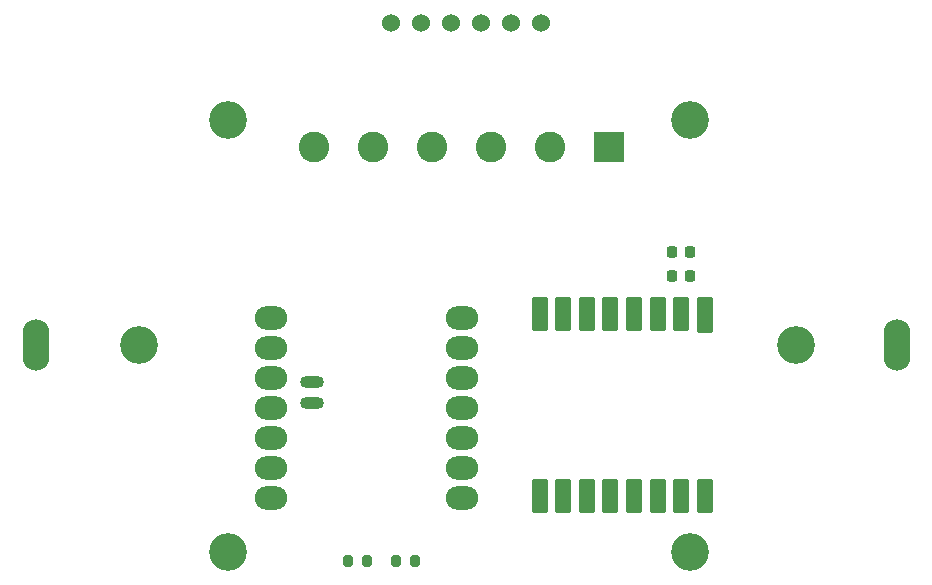
<source format=gbr>
%TF.GenerationSoftware,KiCad,Pcbnew,7.0.9*%
%TF.CreationDate,2024-02-26T23:44:44+01:00*%
%TF.ProjectId,esp32c3,65737033-3263-4332-9e6b-696361645f70,rev?*%
%TF.SameCoordinates,Original*%
%TF.FileFunction,Soldermask,Top*%
%TF.FilePolarity,Negative*%
%FSLAX46Y46*%
G04 Gerber Fmt 4.6, Leading zero omitted, Abs format (unit mm)*
G04 Created by KiCad (PCBNEW 7.0.9) date 2024-02-26 23:44:44*
%MOMM*%
%LPD*%
G01*
G04 APERTURE LIST*
G04 Aperture macros list*
%AMRoundRect*
0 Rectangle with rounded corners*
0 $1 Rounding radius*
0 $2 $3 $4 $5 $6 $7 $8 $9 X,Y pos of 4 corners*
0 Add a 4 corners polygon primitive as box body*
4,1,4,$2,$3,$4,$5,$6,$7,$8,$9,$2,$3,0*
0 Add four circle primitives for the rounded corners*
1,1,$1+$1,$2,$3*
1,1,$1+$1,$4,$5*
1,1,$1+$1,$6,$7*
1,1,$1+$1,$8,$9*
0 Add four rect primitives between the rounded corners*
20,1,$1+$1,$2,$3,$4,$5,0*
20,1,$1+$1,$4,$5,$6,$7,0*
20,1,$1+$1,$6,$7,$8,$9,0*
20,1,$1+$1,$8,$9,$2,$3,0*%
G04 Aperture macros list end*
%ADD10C,3.200000*%
%ADD11RoundRect,0.102000X-0.550000X1.400000X-0.550000X-1.400000X0.550000X-1.400000X0.550000X1.400000X0*%
%ADD12RoundRect,0.102000X-0.550000X1.300000X-0.550000X-1.300000X0.550000X-1.300000X0.550000X1.300000X0*%
%ADD13RoundRect,0.102000X0.550000X-1.300000X0.550000X1.300000X-0.550000X1.300000X-0.550000X-1.300000X0*%
%ADD14RoundRect,0.225000X-0.225000X-0.250000X0.225000X-0.250000X0.225000X0.250000X-0.225000X0.250000X0*%
%ADD15RoundRect,0.200000X-0.200000X-0.275000X0.200000X-0.275000X0.200000X0.275000X-0.200000X0.275000X0*%
%ADD16O,2.748280X1.998980*%
%ADD17O,2.032000X1.016000*%
%ADD18R,2.600000X2.600000*%
%ADD19C,2.600000*%
%ADD20O,2.274000X4.344000*%
%ADD21C,1.524000*%
G04 APERTURE END LIST*
D10*
%TO.C,MH3*%
X172212000Y-93218000D03*
%TD*%
D11*
%TO.C,U3*%
X173482000Y-73152000D03*
D12*
X171482000Y-73052000D03*
X169482000Y-73052000D03*
X167482000Y-73052000D03*
X165482000Y-73052000D03*
X163482000Y-73052000D03*
X161482000Y-73052000D03*
X159482000Y-73052000D03*
D13*
X159482000Y-88452000D03*
X161482000Y-88452000D03*
X163482000Y-88452000D03*
X165482000Y-88452000D03*
X167482000Y-88452000D03*
X169482000Y-88452000D03*
X171482000Y-88452000D03*
X173482000Y-88452000D03*
%TD*%
D10*
%TO.C,MH3*%
X172212000Y-56642000D03*
%TD*%
%TO.C,MH3*%
X133096000Y-93218000D03*
%TD*%
D14*
%TO.C,C2*%
X170662000Y-69820000D03*
X172212000Y-69820000D03*
%TD*%
D15*
%TO.C,R1*%
X143256000Y-93980000D03*
X144906000Y-93980000D03*
%TD*%
D10*
%TO.C,MH3*%
X133096000Y-56642000D03*
%TD*%
D15*
%TO.C,R2*%
X147320000Y-93980000D03*
X148970000Y-93980000D03*
%TD*%
D16*
%TO.C,U2*%
X136743440Y-73406000D03*
X136743440Y-75946000D03*
X136743440Y-78486000D03*
X136743440Y-81026000D03*
X136743440Y-83566000D03*
X136743440Y-86106000D03*
X136743440Y-88646000D03*
X152908000Y-88646000D03*
X152908000Y-86106000D03*
X152908000Y-83566000D03*
X152908000Y-81026000D03*
X152908000Y-78486000D03*
X152908000Y-75946000D03*
X152908000Y-73406000D03*
D17*
X140228320Y-80601820D03*
X140228320Y-78823820D03*
%TD*%
D14*
%TO.C,C1*%
X170675000Y-67818000D03*
X172225000Y-67818000D03*
%TD*%
D18*
%TO.C,J1*%
X165354000Y-58928000D03*
D19*
X160354000Y-58928000D03*
X155354000Y-58928000D03*
X150354000Y-58928000D03*
X145354000Y-58928000D03*
X140354000Y-58928000D03*
%TD*%
D10*
%TO.C,BT1*%
X181221000Y-75692000D03*
X125606000Y-75692000D03*
D20*
X189716000Y-75692000D03*
X116816000Y-75692000D03*
%TD*%
D21*
%TO.C,U1*%
X159639000Y-48387000D03*
X157099000Y-48387000D03*
X154559000Y-48387000D03*
X152019000Y-48387000D03*
X149479000Y-48387000D03*
X146939000Y-48387000D03*
%TD*%
M02*

</source>
